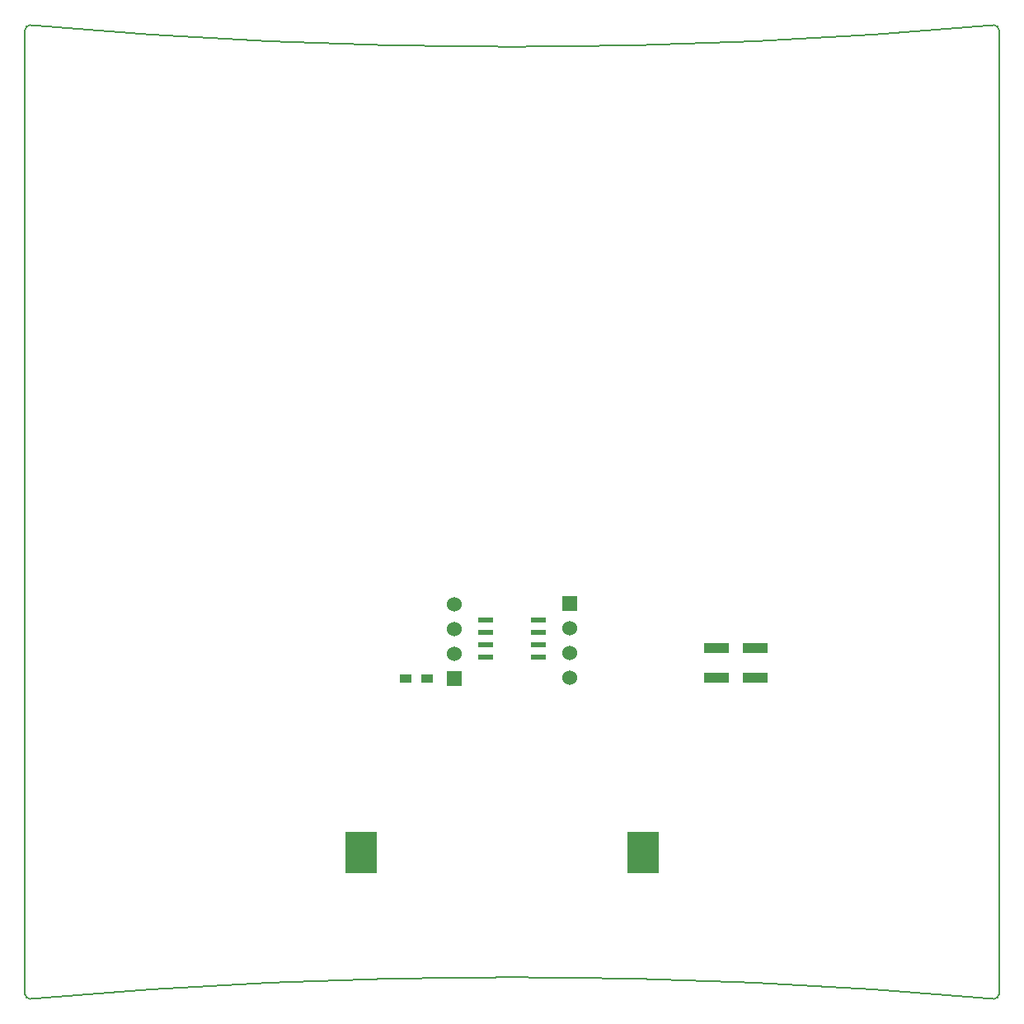
<source format=gbr>
%TF.GenerationSoftware,KiCad,Pcbnew,5.0.0*%
%TF.CreationDate,2018-09-20T16:03:51+02:00*%
%TF.ProjectId,adri,616472692E6B696361645F7063620000,rev?*%
%TF.SameCoordinates,Original*%
%TF.FileFunction,Paste,Bot*%
%TF.FilePolarity,Positive*%
%FSLAX46Y46*%
G04 Gerber Fmt 4.6, Leading zero omitted, Abs format (unit mm)*
G04 Created by KiCad (PCBNEW 5.0.0) date Thu Sep 20 16:03:51 2018*
%MOMM*%
%LPD*%
G01*
G04 APERTURE LIST*
%ADD10C,0.150000*%
%ADD11R,3.300000X4.200000*%
%ADD12R,1.200000X0.900000*%
%ADD13R,1.550000X0.600000*%
%ADD14R,1.524000X1.524000*%
%ADD15C,1.524000*%
%ADD16R,2.500000X1.000000*%
G04 APERTURE END LIST*
D10*
X90500000Y-150000000D02*
G75*
G02X90000000Y-149500000I0J500000D01*
G01*
X190000000Y-149500000D02*
G75*
G02X189500000Y-150000000I-500000J0D01*
G01*
X189500000Y-50000000D02*
G75*
G02X190000000Y-50500000I0J-500000D01*
G01*
X90000000Y-50500000D02*
G75*
G02X90500000Y-50000000I500000J0D01*
G01*
X90500001Y-150000000D02*
G75*
G02X189500000Y-150000000I49499999J-550000000D01*
G01*
X189499999Y-50000000D02*
G75*
G02X90500000Y-50000000I-49500000J549999999D01*
G01*
X90000000Y-149500000D02*
X90000000Y-50500000D01*
X190000000Y-149500000D02*
X190000000Y-50500000D01*
D11*
X124500000Y-135000000D03*
X153500000Y-135000000D03*
D12*
X131300000Y-117080000D03*
X129100000Y-117080000D03*
D13*
X137300000Y-111095000D03*
X137300000Y-112365000D03*
X137300000Y-113635000D03*
X137300000Y-114905000D03*
X142700000Y-114905000D03*
X142700000Y-113635000D03*
X142700000Y-112365000D03*
X142700000Y-111095000D03*
D14*
X145960000Y-109420000D03*
D15*
X145960000Y-111960000D03*
X145960000Y-114500000D03*
X145960000Y-117040000D03*
X134040000Y-109460000D03*
X134040000Y-112000000D03*
X134040000Y-114540000D03*
D14*
X134040000Y-117080000D03*
D16*
X165000000Y-114000000D03*
X161000000Y-114000000D03*
X165000000Y-117000000D03*
X161000000Y-117000000D03*
M02*

</source>
